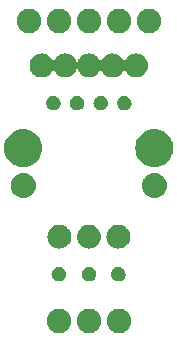
<source format=gbr>
G04 EAGLE Gerber RS-274X export*
G75*
%MOMM*%
%FSLAX34Y34*%
%LPD*%
%INSoldermask Bottom*%
%IPPOS*%
%AMOC8*
5,1,8,0,0,1.08239X$1,22.5*%
G01*
%ADD10C,2.082800*%

G36*
X117905Y218762D02*
X117905Y218762D01*
X117948Y218774D01*
X118014Y218782D01*
X119613Y219210D01*
X119654Y219229D01*
X119717Y219248D01*
X121218Y219948D01*
X121255Y219974D01*
X121314Y220003D01*
X122670Y220953D01*
X122702Y220985D01*
X122755Y221024D01*
X123926Y222195D01*
X123951Y222232D01*
X123997Y222280D01*
X124947Y223636D01*
X124966Y223677D01*
X125002Y223732D01*
X125702Y225233D01*
X125713Y225276D01*
X125740Y225337D01*
X126168Y226936D01*
X126172Y226981D01*
X126188Y227045D01*
X126332Y228695D01*
X126328Y228739D01*
X126332Y228805D01*
X126188Y230455D01*
X126176Y230498D01*
X126168Y230564D01*
X125740Y232163D01*
X125721Y232204D01*
X125702Y232267D01*
X125002Y233768D01*
X124976Y233805D01*
X124947Y233864D01*
X123997Y235220D01*
X123965Y235252D01*
X123926Y235305D01*
X122755Y236476D01*
X122718Y236501D01*
X122670Y236547D01*
X121314Y237497D01*
X121273Y237516D01*
X121218Y237552D01*
X119717Y238252D01*
X119674Y238263D01*
X119613Y238290D01*
X118014Y238718D01*
X117969Y238722D01*
X117905Y238738D01*
X116255Y238882D01*
X116211Y238878D01*
X116145Y238882D01*
X114495Y238738D01*
X114452Y238726D01*
X114386Y238718D01*
X112787Y238290D01*
X112746Y238271D01*
X112683Y238252D01*
X111182Y237552D01*
X111145Y237526D01*
X111086Y237497D01*
X109730Y236547D01*
X109698Y236515D01*
X109645Y236476D01*
X108474Y235305D01*
X108449Y235268D01*
X108403Y235220D01*
X107453Y233864D01*
X107435Y233823D01*
X107398Y233768D01*
X106698Y232267D01*
X106687Y232224D01*
X106660Y232163D01*
X106232Y230564D01*
X106228Y230519D01*
X106212Y230455D01*
X106200Y230312D01*
X106188Y230455D01*
X106176Y230498D01*
X106168Y230564D01*
X105740Y232163D01*
X105721Y232204D01*
X105702Y232267D01*
X105002Y233768D01*
X104976Y233805D01*
X104947Y233864D01*
X103997Y235220D01*
X103965Y235252D01*
X103926Y235305D01*
X102755Y236476D01*
X102718Y236501D01*
X102670Y236547D01*
X101314Y237497D01*
X101273Y237516D01*
X101218Y237552D01*
X99717Y238252D01*
X99674Y238263D01*
X99613Y238290D01*
X98014Y238718D01*
X97969Y238722D01*
X97905Y238738D01*
X96255Y238882D01*
X96211Y238878D01*
X96145Y238882D01*
X94495Y238738D01*
X94452Y238726D01*
X94386Y238718D01*
X92787Y238290D01*
X92746Y238271D01*
X92683Y238252D01*
X91182Y237552D01*
X91145Y237526D01*
X91086Y237497D01*
X89730Y236547D01*
X89698Y236515D01*
X89645Y236476D01*
X88474Y235305D01*
X88449Y235268D01*
X88403Y235220D01*
X87453Y233864D01*
X87435Y233823D01*
X87398Y233768D01*
X86698Y232267D01*
X86687Y232224D01*
X86660Y232163D01*
X86232Y230564D01*
X86228Y230519D01*
X86212Y230455D01*
X86200Y230312D01*
X86188Y230455D01*
X86176Y230498D01*
X86168Y230564D01*
X85740Y232163D01*
X85721Y232204D01*
X85702Y232267D01*
X85002Y233768D01*
X84976Y233805D01*
X84947Y233864D01*
X83997Y235220D01*
X83965Y235252D01*
X83926Y235305D01*
X82755Y236476D01*
X82718Y236501D01*
X82670Y236547D01*
X81314Y237497D01*
X81273Y237516D01*
X81218Y237552D01*
X79717Y238252D01*
X79674Y238263D01*
X79613Y238290D01*
X78014Y238718D01*
X77969Y238722D01*
X77905Y238738D01*
X76255Y238882D01*
X76211Y238878D01*
X76145Y238882D01*
X74495Y238738D01*
X74452Y238726D01*
X74386Y238718D01*
X72787Y238290D01*
X72746Y238271D01*
X72683Y238252D01*
X71182Y237552D01*
X71145Y237526D01*
X71086Y237497D01*
X69730Y236547D01*
X69698Y236515D01*
X69645Y236476D01*
X68474Y235305D01*
X68449Y235268D01*
X68403Y235220D01*
X67453Y233864D01*
X67435Y233823D01*
X67398Y233768D01*
X66698Y232267D01*
X66687Y232224D01*
X66660Y232163D01*
X66232Y230564D01*
X66228Y230519D01*
X66212Y230455D01*
X66200Y230312D01*
X66188Y230455D01*
X66176Y230498D01*
X66168Y230564D01*
X65740Y232163D01*
X65721Y232204D01*
X65702Y232267D01*
X65002Y233768D01*
X64976Y233805D01*
X64947Y233864D01*
X63997Y235220D01*
X63965Y235252D01*
X63926Y235305D01*
X62755Y236476D01*
X62718Y236501D01*
X62670Y236547D01*
X61314Y237497D01*
X61273Y237516D01*
X61218Y237552D01*
X59717Y238252D01*
X59674Y238263D01*
X59613Y238290D01*
X58014Y238718D01*
X57969Y238722D01*
X57905Y238738D01*
X56255Y238882D01*
X56211Y238878D01*
X56145Y238882D01*
X54495Y238738D01*
X54452Y238726D01*
X54386Y238718D01*
X52787Y238290D01*
X52746Y238271D01*
X52683Y238252D01*
X51182Y237552D01*
X51145Y237526D01*
X51086Y237497D01*
X49730Y236547D01*
X49698Y236515D01*
X49645Y236476D01*
X48474Y235305D01*
X48449Y235268D01*
X48403Y235220D01*
X47453Y233864D01*
X47435Y233823D01*
X47398Y233768D01*
X46698Y232267D01*
X46687Y232224D01*
X46660Y232163D01*
X46232Y230564D01*
X46228Y230519D01*
X46212Y230455D01*
X46200Y230312D01*
X46188Y230455D01*
X46176Y230498D01*
X46168Y230564D01*
X45740Y232163D01*
X45721Y232204D01*
X45702Y232267D01*
X45002Y233768D01*
X44976Y233805D01*
X44947Y233864D01*
X43997Y235220D01*
X43965Y235252D01*
X43926Y235305D01*
X42755Y236476D01*
X42718Y236501D01*
X42670Y236547D01*
X41314Y237497D01*
X41273Y237516D01*
X41218Y237552D01*
X39717Y238252D01*
X39674Y238263D01*
X39613Y238290D01*
X38014Y238718D01*
X37969Y238722D01*
X37905Y238738D01*
X36255Y238882D01*
X36211Y238878D01*
X36145Y238882D01*
X34495Y238738D01*
X34452Y238726D01*
X34386Y238718D01*
X32787Y238290D01*
X32746Y238271D01*
X32683Y238252D01*
X31182Y237552D01*
X31145Y237526D01*
X31086Y237497D01*
X29730Y236547D01*
X29698Y236515D01*
X29645Y236476D01*
X28474Y235305D01*
X28449Y235268D01*
X28403Y235220D01*
X27453Y233864D01*
X27435Y233823D01*
X27398Y233768D01*
X26698Y232267D01*
X26687Y232224D01*
X26660Y232163D01*
X26232Y230564D01*
X26228Y230519D01*
X26212Y230455D01*
X26068Y228805D01*
X26072Y228761D01*
X26068Y228695D01*
X26212Y227045D01*
X26224Y227002D01*
X26232Y226936D01*
X26660Y225337D01*
X26679Y225296D01*
X26698Y225233D01*
X27398Y223732D01*
X27424Y223695D01*
X27453Y223636D01*
X28403Y222280D01*
X28435Y222248D01*
X28474Y222195D01*
X29645Y221024D01*
X29682Y220999D01*
X29730Y220953D01*
X31086Y220003D01*
X31127Y219985D01*
X31182Y219948D01*
X32683Y219248D01*
X32726Y219237D01*
X32787Y219210D01*
X34386Y218782D01*
X34431Y218778D01*
X34495Y218762D01*
X36145Y218618D01*
X36189Y218622D01*
X36255Y218618D01*
X37905Y218762D01*
X37948Y218774D01*
X38014Y218782D01*
X39613Y219210D01*
X39654Y219229D01*
X39717Y219248D01*
X41218Y219948D01*
X41255Y219974D01*
X41314Y220003D01*
X42670Y220953D01*
X42702Y220985D01*
X42755Y221024D01*
X43926Y222195D01*
X43951Y222232D01*
X43997Y222280D01*
X44947Y223636D01*
X44966Y223677D01*
X45002Y223732D01*
X45702Y225233D01*
X45713Y225276D01*
X45740Y225337D01*
X46168Y226936D01*
X46172Y226981D01*
X46188Y227045D01*
X46200Y227188D01*
X46212Y227045D01*
X46224Y227002D01*
X46232Y226936D01*
X46660Y225337D01*
X46679Y225296D01*
X46698Y225233D01*
X47398Y223732D01*
X47424Y223695D01*
X47453Y223636D01*
X48403Y222280D01*
X48435Y222248D01*
X48474Y222195D01*
X49645Y221024D01*
X49682Y220999D01*
X49730Y220953D01*
X51086Y220003D01*
X51127Y219985D01*
X51182Y219948D01*
X52683Y219248D01*
X52726Y219237D01*
X52787Y219210D01*
X54386Y218782D01*
X54431Y218778D01*
X54495Y218762D01*
X56145Y218618D01*
X56189Y218622D01*
X56255Y218618D01*
X57905Y218762D01*
X57948Y218774D01*
X58014Y218782D01*
X59613Y219210D01*
X59654Y219229D01*
X59717Y219248D01*
X61218Y219948D01*
X61255Y219974D01*
X61314Y220003D01*
X62670Y220953D01*
X62702Y220985D01*
X62755Y221024D01*
X63926Y222195D01*
X63951Y222232D01*
X63997Y222280D01*
X64947Y223636D01*
X64966Y223677D01*
X65002Y223732D01*
X65702Y225233D01*
X65713Y225276D01*
X65740Y225337D01*
X66168Y226936D01*
X66172Y226981D01*
X66188Y227045D01*
X66200Y227188D01*
X66212Y227045D01*
X66224Y227002D01*
X66232Y226936D01*
X66660Y225337D01*
X66679Y225296D01*
X66698Y225233D01*
X67398Y223732D01*
X67424Y223695D01*
X67453Y223636D01*
X68403Y222280D01*
X68435Y222248D01*
X68474Y222195D01*
X69645Y221024D01*
X69682Y220999D01*
X69730Y220953D01*
X71086Y220003D01*
X71127Y219985D01*
X71182Y219948D01*
X72683Y219248D01*
X72726Y219237D01*
X72787Y219210D01*
X74386Y218782D01*
X74431Y218778D01*
X74495Y218762D01*
X76145Y218618D01*
X76189Y218622D01*
X76255Y218618D01*
X77905Y218762D01*
X77948Y218774D01*
X78014Y218782D01*
X79613Y219210D01*
X79654Y219229D01*
X79717Y219248D01*
X81218Y219948D01*
X81255Y219974D01*
X81314Y220003D01*
X82670Y220953D01*
X82702Y220985D01*
X82755Y221024D01*
X83926Y222195D01*
X83951Y222232D01*
X83997Y222280D01*
X84947Y223636D01*
X84966Y223677D01*
X85002Y223732D01*
X85702Y225233D01*
X85713Y225276D01*
X85740Y225337D01*
X86168Y226936D01*
X86172Y226981D01*
X86188Y227045D01*
X86200Y227188D01*
X86212Y227045D01*
X86224Y227002D01*
X86232Y226936D01*
X86660Y225337D01*
X86679Y225296D01*
X86698Y225233D01*
X87398Y223732D01*
X87424Y223695D01*
X87453Y223636D01*
X88403Y222280D01*
X88435Y222248D01*
X88474Y222195D01*
X89645Y221024D01*
X89682Y220999D01*
X89730Y220953D01*
X91086Y220003D01*
X91127Y219985D01*
X91182Y219948D01*
X92683Y219248D01*
X92726Y219237D01*
X92787Y219210D01*
X94386Y218782D01*
X94431Y218778D01*
X94495Y218762D01*
X96145Y218618D01*
X96189Y218622D01*
X96255Y218618D01*
X97905Y218762D01*
X97948Y218774D01*
X98014Y218782D01*
X99613Y219210D01*
X99654Y219229D01*
X99717Y219248D01*
X101218Y219948D01*
X101255Y219974D01*
X101314Y220003D01*
X102670Y220953D01*
X102702Y220985D01*
X102755Y221024D01*
X103926Y222195D01*
X103951Y222232D01*
X103997Y222280D01*
X104947Y223636D01*
X104966Y223677D01*
X105002Y223732D01*
X105702Y225233D01*
X105713Y225276D01*
X105740Y225337D01*
X106168Y226936D01*
X106172Y226981D01*
X106188Y227045D01*
X106200Y227188D01*
X106212Y227045D01*
X106224Y227002D01*
X106232Y226936D01*
X106660Y225337D01*
X106679Y225296D01*
X106698Y225233D01*
X107398Y223732D01*
X107424Y223695D01*
X107453Y223636D01*
X108403Y222280D01*
X108435Y222248D01*
X108474Y222195D01*
X109645Y221024D01*
X109682Y220999D01*
X109730Y220953D01*
X111086Y220003D01*
X111127Y219985D01*
X111182Y219948D01*
X112683Y219248D01*
X112726Y219237D01*
X112787Y219210D01*
X114386Y218782D01*
X114431Y218778D01*
X114495Y218762D01*
X116145Y218618D01*
X116189Y218622D01*
X116255Y218618D01*
X117905Y218762D01*
G37*
G36*
X23175Y142809D02*
X23175Y142809D01*
X23214Y142819D01*
X23273Y142824D01*
X25638Y143392D01*
X25676Y143408D01*
X25732Y143423D01*
X27980Y144353D01*
X28014Y144376D01*
X28068Y144399D01*
X30142Y145669D01*
X30173Y145697D01*
X30223Y145728D01*
X32072Y147308D01*
X32098Y147339D01*
X32142Y147378D01*
X33722Y149227D01*
X33743Y149263D01*
X33781Y149308D01*
X35051Y151382D01*
X35066Y151420D01*
X35097Y151470D01*
X36027Y153718D01*
X36036Y153758D01*
X36058Y153812D01*
X36626Y156177D01*
X36628Y156218D01*
X36641Y156276D01*
X36832Y158700D01*
X36828Y158741D01*
X36832Y158800D01*
X36641Y161225D01*
X36631Y161264D01*
X36626Y161323D01*
X36058Y163688D01*
X36042Y163726D01*
X36027Y163782D01*
X35097Y166030D01*
X35074Y166064D01*
X35051Y166118D01*
X33781Y168192D01*
X33753Y168223D01*
X33722Y168273D01*
X32142Y170122D01*
X32111Y170148D01*
X32072Y170192D01*
X30223Y171772D01*
X30187Y171793D01*
X30142Y171831D01*
X28068Y173101D01*
X28030Y173116D01*
X27980Y173147D01*
X25732Y174077D01*
X25692Y174086D01*
X25638Y174108D01*
X23273Y174676D01*
X23232Y174678D01*
X23175Y174691D01*
X20750Y174882D01*
X20709Y174878D01*
X20650Y174882D01*
X18226Y174691D01*
X18186Y174681D01*
X18127Y174676D01*
X15762Y174108D01*
X15724Y174092D01*
X15668Y174077D01*
X13420Y173147D01*
X13386Y173124D01*
X13332Y173101D01*
X11258Y171831D01*
X11227Y171803D01*
X11177Y171772D01*
X9328Y170192D01*
X9302Y170161D01*
X9258Y170122D01*
X7678Y168273D01*
X7657Y168237D01*
X7619Y168192D01*
X6349Y166118D01*
X6334Y166080D01*
X6303Y166030D01*
X5373Y163782D01*
X5364Y163742D01*
X5342Y163688D01*
X4774Y161323D01*
X4772Y161282D01*
X4759Y161225D01*
X4568Y158800D01*
X4572Y158759D01*
X4568Y158700D01*
X4759Y156276D01*
X4769Y156236D01*
X4774Y156177D01*
X5342Y153812D01*
X5358Y153774D01*
X5373Y153718D01*
X6303Y151470D01*
X6326Y151436D01*
X6349Y151382D01*
X7619Y149308D01*
X7647Y149277D01*
X7678Y149227D01*
X9258Y147378D01*
X9289Y147352D01*
X9328Y147308D01*
X11177Y145728D01*
X11213Y145707D01*
X11258Y145669D01*
X13332Y144399D01*
X13370Y144384D01*
X13420Y144353D01*
X15668Y143423D01*
X15708Y143414D01*
X15762Y143392D01*
X18127Y142824D01*
X18168Y142822D01*
X18226Y142809D01*
X20650Y142618D01*
X20691Y142622D01*
X20750Y142618D01*
X23175Y142809D01*
G37*
G36*
X134175Y142809D02*
X134175Y142809D01*
X134214Y142819D01*
X134273Y142824D01*
X136638Y143392D01*
X136676Y143408D01*
X136732Y143423D01*
X138980Y144353D01*
X139014Y144376D01*
X139068Y144399D01*
X141142Y145669D01*
X141173Y145697D01*
X141223Y145728D01*
X143072Y147308D01*
X143098Y147339D01*
X143142Y147378D01*
X144722Y149227D01*
X144743Y149263D01*
X144781Y149308D01*
X146051Y151382D01*
X146066Y151420D01*
X146097Y151470D01*
X147027Y153718D01*
X147036Y153758D01*
X147058Y153812D01*
X147626Y156177D01*
X147628Y156218D01*
X147641Y156276D01*
X147832Y158700D01*
X147828Y158741D01*
X147832Y158800D01*
X147641Y161225D01*
X147631Y161264D01*
X147626Y161323D01*
X147058Y163688D01*
X147042Y163726D01*
X147027Y163782D01*
X146097Y166030D01*
X146074Y166064D01*
X146051Y166118D01*
X144781Y168192D01*
X144753Y168223D01*
X144722Y168273D01*
X143142Y170122D01*
X143111Y170148D01*
X143072Y170192D01*
X141223Y171772D01*
X141187Y171793D01*
X141142Y171831D01*
X139068Y173101D01*
X139030Y173116D01*
X138980Y173147D01*
X136732Y174077D01*
X136692Y174086D01*
X136638Y174108D01*
X134273Y174676D01*
X134232Y174678D01*
X134175Y174691D01*
X131750Y174882D01*
X131709Y174878D01*
X131650Y174882D01*
X129226Y174691D01*
X129186Y174681D01*
X129127Y174676D01*
X126762Y174108D01*
X126724Y174092D01*
X126668Y174077D01*
X124420Y173147D01*
X124386Y173124D01*
X124332Y173101D01*
X122258Y171831D01*
X122227Y171803D01*
X122177Y171772D01*
X120328Y170192D01*
X120302Y170161D01*
X120258Y170122D01*
X118678Y168273D01*
X118657Y168237D01*
X118619Y168192D01*
X117349Y166118D01*
X117334Y166080D01*
X117303Y166030D01*
X116373Y163782D01*
X116364Y163742D01*
X116342Y163688D01*
X115774Y161323D01*
X115772Y161282D01*
X115759Y161225D01*
X115568Y158800D01*
X115572Y158759D01*
X115568Y158700D01*
X115759Y156276D01*
X115769Y156236D01*
X115774Y156177D01*
X116342Y153812D01*
X116358Y153774D01*
X116373Y153718D01*
X117303Y151470D01*
X117326Y151436D01*
X117349Y151382D01*
X118619Y149308D01*
X118647Y149277D01*
X118678Y149227D01*
X120258Y147378D01*
X120289Y147352D01*
X120328Y147308D01*
X122177Y145728D01*
X122213Y145707D01*
X122258Y145669D01*
X124332Y144399D01*
X124370Y144384D01*
X124420Y144353D01*
X126668Y143423D01*
X126708Y143414D01*
X126762Y143392D01*
X129127Y142824D01*
X129168Y142822D01*
X129226Y142809D01*
X131650Y142618D01*
X131691Y142622D01*
X131750Y142618D01*
X134175Y142809D01*
G37*
G36*
X22492Y116520D02*
X22492Y116520D01*
X22535Y116532D01*
X22601Y116539D01*
X24284Y116990D01*
X24325Y117009D01*
X24388Y117028D01*
X25968Y117765D01*
X26005Y117791D01*
X26064Y117820D01*
X27492Y118820D01*
X27523Y118852D01*
X27576Y118891D01*
X28809Y120124D01*
X28834Y120160D01*
X28880Y120208D01*
X29880Y121636D01*
X29898Y121677D01*
X29935Y121732D01*
X30672Y123312D01*
X30683Y123355D01*
X30710Y123416D01*
X31161Y125099D01*
X31163Y125130D01*
X31170Y125152D01*
X31170Y125167D01*
X31180Y125208D01*
X31332Y126945D01*
X31328Y126989D01*
X31332Y127055D01*
X31180Y128792D01*
X31168Y128835D01*
X31161Y128901D01*
X30710Y130584D01*
X30691Y130625D01*
X30672Y130688D01*
X29935Y132268D01*
X29909Y132305D01*
X29880Y132364D01*
X28880Y133792D01*
X28848Y133823D01*
X28809Y133876D01*
X27576Y135109D01*
X27540Y135134D01*
X27492Y135180D01*
X26064Y136180D01*
X26023Y136198D01*
X25968Y136235D01*
X24388Y136972D01*
X24345Y136983D01*
X24284Y137010D01*
X22601Y137461D01*
X22556Y137464D01*
X22492Y137480D01*
X20755Y137632D01*
X20711Y137628D01*
X20645Y137632D01*
X18908Y137480D01*
X18865Y137468D01*
X18799Y137461D01*
X17116Y137010D01*
X17075Y136991D01*
X17012Y136972D01*
X15432Y136235D01*
X15395Y136209D01*
X15336Y136180D01*
X13908Y135180D01*
X13877Y135148D01*
X13824Y135109D01*
X12591Y133876D01*
X12566Y133840D01*
X12520Y133792D01*
X11520Y132364D01*
X11502Y132323D01*
X11465Y132268D01*
X10728Y130688D01*
X10717Y130645D01*
X10690Y130584D01*
X10239Y128901D01*
X10236Y128856D01*
X10220Y128792D01*
X10068Y127055D01*
X10072Y127011D01*
X10068Y126945D01*
X10220Y125208D01*
X10232Y125165D01*
X10236Y125131D01*
X10236Y125115D01*
X10238Y125110D01*
X10239Y125099D01*
X10690Y123416D01*
X10709Y123375D01*
X10728Y123312D01*
X11465Y121732D01*
X11491Y121695D01*
X11520Y121636D01*
X12520Y120208D01*
X12552Y120177D01*
X12591Y120124D01*
X13824Y118891D01*
X13860Y118866D01*
X13908Y118820D01*
X15336Y117820D01*
X15377Y117802D01*
X15432Y117765D01*
X17012Y117028D01*
X17055Y117017D01*
X17116Y116990D01*
X18799Y116539D01*
X18844Y116536D01*
X18908Y116520D01*
X20645Y116368D01*
X20689Y116372D01*
X20755Y116368D01*
X22492Y116520D01*
G37*
G36*
X133492Y116520D02*
X133492Y116520D01*
X133535Y116532D01*
X133601Y116539D01*
X135284Y116990D01*
X135325Y117009D01*
X135388Y117028D01*
X136968Y117765D01*
X137005Y117791D01*
X137064Y117820D01*
X138492Y118820D01*
X138523Y118852D01*
X138576Y118891D01*
X139809Y120124D01*
X139834Y120160D01*
X139880Y120208D01*
X140880Y121636D01*
X140898Y121677D01*
X140935Y121732D01*
X141672Y123312D01*
X141683Y123355D01*
X141710Y123416D01*
X142161Y125099D01*
X142163Y125130D01*
X142170Y125152D01*
X142170Y125167D01*
X142180Y125208D01*
X142332Y126945D01*
X142328Y126989D01*
X142332Y127055D01*
X142180Y128792D01*
X142168Y128835D01*
X142161Y128901D01*
X141710Y130584D01*
X141691Y130625D01*
X141672Y130688D01*
X140935Y132268D01*
X140909Y132305D01*
X140880Y132364D01*
X139880Y133792D01*
X139848Y133823D01*
X139809Y133876D01*
X138576Y135109D01*
X138540Y135134D01*
X138492Y135180D01*
X137064Y136180D01*
X137023Y136198D01*
X136968Y136235D01*
X135388Y136972D01*
X135345Y136983D01*
X135284Y137010D01*
X133601Y137461D01*
X133556Y137464D01*
X133492Y137480D01*
X131755Y137632D01*
X131711Y137628D01*
X131645Y137632D01*
X129908Y137480D01*
X129865Y137468D01*
X129799Y137461D01*
X128116Y137010D01*
X128075Y136991D01*
X128012Y136972D01*
X126432Y136235D01*
X126395Y136209D01*
X126336Y136180D01*
X124908Y135180D01*
X124877Y135148D01*
X124824Y135109D01*
X123591Y133876D01*
X123566Y133840D01*
X123520Y133792D01*
X122520Y132364D01*
X122502Y132323D01*
X122465Y132268D01*
X121728Y130688D01*
X121717Y130645D01*
X121690Y130584D01*
X121239Y128901D01*
X121236Y128856D01*
X121220Y128792D01*
X121068Y127055D01*
X121072Y127011D01*
X121068Y126945D01*
X121220Y125208D01*
X121232Y125165D01*
X121236Y125131D01*
X121236Y125115D01*
X121238Y125110D01*
X121239Y125099D01*
X121690Y123416D01*
X121709Y123375D01*
X121728Y123312D01*
X122465Y121732D01*
X122491Y121695D01*
X122520Y121636D01*
X123520Y120208D01*
X123552Y120177D01*
X123591Y120124D01*
X124824Y118891D01*
X124860Y118866D01*
X124908Y118820D01*
X126336Y117820D01*
X126377Y117802D01*
X126432Y117765D01*
X128012Y117028D01*
X128055Y117017D01*
X128116Y116990D01*
X129799Y116539D01*
X129844Y116536D01*
X129908Y116520D01*
X131645Y116368D01*
X131689Y116372D01*
X131755Y116368D01*
X133492Y116520D01*
G37*
G36*
X102905Y73762D02*
X102905Y73762D01*
X102948Y73774D01*
X103014Y73782D01*
X104613Y74210D01*
X104654Y74229D01*
X104717Y74248D01*
X106218Y74948D01*
X106255Y74974D01*
X106314Y75003D01*
X107670Y75953D01*
X107702Y75985D01*
X107755Y76024D01*
X108926Y77195D01*
X108951Y77232D01*
X108997Y77280D01*
X109947Y78636D01*
X109966Y78677D01*
X110002Y78732D01*
X110702Y80233D01*
X110713Y80276D01*
X110740Y80337D01*
X111168Y81936D01*
X111172Y81981D01*
X111188Y82045D01*
X111332Y83695D01*
X111328Y83739D01*
X111332Y83805D01*
X111188Y85455D01*
X111176Y85498D01*
X111168Y85564D01*
X110740Y87163D01*
X110721Y87204D01*
X110702Y87267D01*
X110002Y88768D01*
X109976Y88805D01*
X109947Y88864D01*
X108997Y90220D01*
X108965Y90252D01*
X108926Y90305D01*
X107755Y91476D01*
X107718Y91501D01*
X107670Y91547D01*
X106314Y92497D01*
X106273Y92516D01*
X106218Y92552D01*
X104717Y93252D01*
X104674Y93263D01*
X104613Y93290D01*
X103014Y93718D01*
X102969Y93722D01*
X102905Y93738D01*
X101255Y93882D01*
X101211Y93878D01*
X101145Y93882D01*
X99495Y93738D01*
X99452Y93726D01*
X99386Y93718D01*
X97787Y93290D01*
X97746Y93271D01*
X97683Y93252D01*
X96182Y92552D01*
X96145Y92526D01*
X96086Y92497D01*
X94730Y91547D01*
X94698Y91515D01*
X94645Y91476D01*
X93474Y90305D01*
X93449Y90268D01*
X93403Y90220D01*
X92453Y88864D01*
X92435Y88823D01*
X92398Y88768D01*
X91698Y87267D01*
X91687Y87224D01*
X91660Y87163D01*
X91232Y85564D01*
X91228Y85519D01*
X91212Y85455D01*
X91068Y83805D01*
X91072Y83761D01*
X91068Y83695D01*
X91212Y82045D01*
X91224Y82002D01*
X91232Y81936D01*
X91660Y80337D01*
X91679Y80296D01*
X91698Y80233D01*
X92398Y78732D01*
X92424Y78695D01*
X92453Y78636D01*
X93403Y77280D01*
X93435Y77248D01*
X93474Y77195D01*
X94645Y76024D01*
X94682Y75999D01*
X94730Y75953D01*
X96086Y75003D01*
X96127Y74985D01*
X96182Y74948D01*
X97683Y74248D01*
X97726Y74237D01*
X97787Y74210D01*
X99386Y73782D01*
X99431Y73778D01*
X99495Y73762D01*
X101145Y73618D01*
X101189Y73622D01*
X101255Y73618D01*
X102905Y73762D01*
G37*
G36*
X77905Y73762D02*
X77905Y73762D01*
X77948Y73774D01*
X78014Y73782D01*
X79613Y74210D01*
X79654Y74229D01*
X79717Y74248D01*
X81218Y74948D01*
X81255Y74974D01*
X81314Y75003D01*
X82670Y75953D01*
X82702Y75985D01*
X82755Y76024D01*
X83926Y77195D01*
X83951Y77232D01*
X83997Y77280D01*
X84947Y78636D01*
X84966Y78677D01*
X85002Y78732D01*
X85702Y80233D01*
X85713Y80276D01*
X85740Y80337D01*
X86168Y81936D01*
X86172Y81981D01*
X86188Y82045D01*
X86332Y83695D01*
X86328Y83739D01*
X86332Y83805D01*
X86188Y85455D01*
X86176Y85498D01*
X86168Y85564D01*
X85740Y87163D01*
X85721Y87204D01*
X85702Y87267D01*
X85002Y88768D01*
X84976Y88805D01*
X84947Y88864D01*
X83997Y90220D01*
X83965Y90252D01*
X83926Y90305D01*
X82755Y91476D01*
X82718Y91501D01*
X82670Y91547D01*
X81314Y92497D01*
X81273Y92516D01*
X81218Y92552D01*
X79717Y93252D01*
X79674Y93263D01*
X79613Y93290D01*
X78014Y93718D01*
X77969Y93722D01*
X77905Y93738D01*
X76255Y93882D01*
X76211Y93878D01*
X76145Y93882D01*
X74495Y93738D01*
X74452Y93726D01*
X74386Y93718D01*
X72787Y93290D01*
X72746Y93271D01*
X72683Y93252D01*
X71182Y92552D01*
X71145Y92526D01*
X71086Y92497D01*
X69730Y91547D01*
X69698Y91515D01*
X69645Y91476D01*
X68474Y90305D01*
X68449Y90268D01*
X68403Y90220D01*
X67453Y88864D01*
X67435Y88823D01*
X67398Y88768D01*
X66698Y87267D01*
X66687Y87224D01*
X66660Y87163D01*
X66232Y85564D01*
X66228Y85519D01*
X66212Y85455D01*
X66068Y83805D01*
X66072Y83761D01*
X66068Y83695D01*
X66212Y82045D01*
X66224Y82002D01*
X66232Y81936D01*
X66660Y80337D01*
X66679Y80296D01*
X66698Y80233D01*
X67398Y78732D01*
X67424Y78695D01*
X67453Y78636D01*
X68403Y77280D01*
X68435Y77248D01*
X68474Y77195D01*
X69645Y76024D01*
X69682Y75999D01*
X69730Y75953D01*
X71086Y75003D01*
X71127Y74985D01*
X71182Y74948D01*
X72683Y74248D01*
X72726Y74237D01*
X72787Y74210D01*
X74386Y73782D01*
X74431Y73778D01*
X74495Y73762D01*
X76145Y73618D01*
X76189Y73622D01*
X76255Y73618D01*
X77905Y73762D01*
G37*
G36*
X52905Y73762D02*
X52905Y73762D01*
X52948Y73774D01*
X53014Y73782D01*
X54613Y74210D01*
X54654Y74229D01*
X54717Y74248D01*
X56218Y74948D01*
X56255Y74974D01*
X56314Y75003D01*
X57670Y75953D01*
X57702Y75985D01*
X57755Y76024D01*
X58926Y77195D01*
X58951Y77232D01*
X58997Y77280D01*
X59947Y78636D01*
X59966Y78677D01*
X60002Y78732D01*
X60702Y80233D01*
X60713Y80276D01*
X60740Y80337D01*
X61168Y81936D01*
X61172Y81981D01*
X61188Y82045D01*
X61332Y83695D01*
X61328Y83739D01*
X61332Y83805D01*
X61188Y85455D01*
X61176Y85498D01*
X61168Y85564D01*
X60740Y87163D01*
X60721Y87204D01*
X60702Y87267D01*
X60002Y88768D01*
X59976Y88805D01*
X59947Y88864D01*
X58997Y90220D01*
X58965Y90252D01*
X58926Y90305D01*
X57755Y91476D01*
X57718Y91501D01*
X57670Y91547D01*
X56314Y92497D01*
X56273Y92516D01*
X56218Y92552D01*
X54717Y93252D01*
X54674Y93263D01*
X54613Y93290D01*
X53014Y93718D01*
X52969Y93722D01*
X52905Y93738D01*
X51255Y93882D01*
X51211Y93878D01*
X51145Y93882D01*
X49495Y93738D01*
X49452Y93726D01*
X49386Y93718D01*
X47787Y93290D01*
X47746Y93271D01*
X47683Y93252D01*
X46182Y92552D01*
X46145Y92526D01*
X46086Y92497D01*
X44730Y91547D01*
X44698Y91515D01*
X44645Y91476D01*
X43474Y90305D01*
X43449Y90268D01*
X43403Y90220D01*
X42453Y88864D01*
X42435Y88823D01*
X42398Y88768D01*
X41698Y87267D01*
X41687Y87224D01*
X41660Y87163D01*
X41232Y85564D01*
X41228Y85519D01*
X41212Y85455D01*
X41068Y83805D01*
X41072Y83761D01*
X41068Y83695D01*
X41212Y82045D01*
X41224Y82002D01*
X41232Y81936D01*
X41660Y80337D01*
X41679Y80296D01*
X41698Y80233D01*
X42398Y78732D01*
X42424Y78695D01*
X42453Y78636D01*
X43403Y77280D01*
X43435Y77248D01*
X43474Y77195D01*
X44645Y76024D01*
X44682Y75999D01*
X44730Y75953D01*
X46086Y75003D01*
X46127Y74985D01*
X46182Y74948D01*
X47683Y74248D01*
X47726Y74237D01*
X47787Y74210D01*
X49386Y73782D01*
X49431Y73778D01*
X49495Y73762D01*
X51145Y73618D01*
X51189Y73622D01*
X51255Y73618D01*
X52905Y73762D01*
G37*
G36*
X66730Y190871D02*
X66730Y190871D01*
X66771Y190870D01*
X67884Y190995D01*
X67932Y191010D01*
X68022Y191027D01*
X69079Y191397D01*
X69123Y191421D01*
X69207Y191458D01*
X70155Y192054D01*
X70192Y192088D01*
X70266Y192142D01*
X71058Y192934D01*
X71086Y192975D01*
X71146Y193045D01*
X71742Y193993D01*
X71761Y194040D01*
X71804Y194121D01*
X72173Y195178D01*
X72181Y195228D01*
X72205Y195316D01*
X72330Y196429D01*
X72328Y196460D01*
X72334Y196500D01*
X72334Y197000D01*
X72329Y197027D01*
X72331Y197062D01*
X72226Y198135D01*
X72212Y198181D01*
X72201Y198257D01*
X71888Y199289D01*
X71866Y199332D01*
X71841Y199404D01*
X71332Y200355D01*
X71303Y200392D01*
X71263Y200458D01*
X70579Y201291D01*
X70543Y201323D01*
X70491Y201379D01*
X69658Y202063D01*
X69616Y202087D01*
X69555Y202132D01*
X68604Y202641D01*
X68558Y202656D01*
X68489Y202688D01*
X67828Y202889D01*
X67457Y203001D01*
X67409Y203007D01*
X67335Y203026D01*
X66262Y203131D01*
X66214Y203127D01*
X66138Y203131D01*
X65065Y203026D01*
X65019Y203012D01*
X64943Y203001D01*
X63911Y202688D01*
X63868Y202666D01*
X63796Y202641D01*
X62845Y202132D01*
X62808Y202103D01*
X62742Y202063D01*
X61909Y201379D01*
X61877Y201343D01*
X61821Y201291D01*
X61137Y200458D01*
X61113Y200416D01*
X61068Y200355D01*
X60559Y199404D01*
X60545Y199358D01*
X60512Y199289D01*
X60199Y198257D01*
X60193Y198209D01*
X60175Y198135D01*
X60069Y197062D01*
X60073Y197014D01*
X60069Y196938D01*
X60175Y195865D01*
X60183Y195835D01*
X60184Y195809D01*
X60192Y195789D01*
X60199Y195743D01*
X60512Y194711D01*
X60534Y194668D01*
X60559Y194596D01*
X61068Y193645D01*
X61097Y193608D01*
X61137Y193542D01*
X61821Y192709D01*
X61857Y192677D01*
X61909Y192621D01*
X62742Y191937D01*
X62784Y191913D01*
X62845Y191868D01*
X63796Y191359D01*
X63842Y191345D01*
X63911Y191312D01*
X64943Y190999D01*
X64991Y190993D01*
X65065Y190975D01*
X66138Y190869D01*
X66165Y190871D01*
X66200Y190866D01*
X66700Y190866D01*
X66730Y190871D01*
G37*
G36*
X106730Y190871D02*
X106730Y190871D01*
X106771Y190870D01*
X107884Y190995D01*
X107932Y191010D01*
X108022Y191027D01*
X109079Y191397D01*
X109123Y191421D01*
X109207Y191458D01*
X110155Y192054D01*
X110192Y192088D01*
X110266Y192142D01*
X111058Y192934D01*
X111086Y192975D01*
X111146Y193045D01*
X111742Y193993D01*
X111761Y194040D01*
X111804Y194121D01*
X112173Y195178D01*
X112181Y195228D01*
X112205Y195316D01*
X112330Y196429D01*
X112328Y196460D01*
X112334Y196500D01*
X112334Y197000D01*
X112329Y197027D01*
X112331Y197062D01*
X112226Y198135D01*
X112212Y198181D01*
X112201Y198257D01*
X111888Y199289D01*
X111866Y199332D01*
X111841Y199404D01*
X111332Y200355D01*
X111303Y200392D01*
X111263Y200458D01*
X110579Y201291D01*
X110543Y201323D01*
X110491Y201379D01*
X109658Y202063D01*
X109616Y202087D01*
X109555Y202132D01*
X108604Y202641D01*
X108558Y202656D01*
X108489Y202688D01*
X107828Y202889D01*
X107457Y203001D01*
X107409Y203007D01*
X107335Y203026D01*
X106262Y203131D01*
X106214Y203127D01*
X106138Y203131D01*
X105065Y203026D01*
X105019Y203012D01*
X104943Y203001D01*
X103911Y202688D01*
X103868Y202666D01*
X103796Y202641D01*
X102845Y202132D01*
X102808Y202103D01*
X102742Y202063D01*
X101909Y201379D01*
X101877Y201343D01*
X101821Y201291D01*
X101137Y200458D01*
X101113Y200416D01*
X101068Y200355D01*
X100559Y199404D01*
X100545Y199358D01*
X100512Y199289D01*
X100199Y198257D01*
X100193Y198209D01*
X100175Y198135D01*
X100069Y197062D01*
X100073Y197014D01*
X100069Y196938D01*
X100175Y195865D01*
X100183Y195835D01*
X100184Y195809D01*
X100192Y195789D01*
X100199Y195743D01*
X100512Y194711D01*
X100534Y194668D01*
X100559Y194596D01*
X101068Y193645D01*
X101097Y193608D01*
X101137Y193542D01*
X101821Y192709D01*
X101857Y192677D01*
X101909Y192621D01*
X102742Y191937D01*
X102784Y191913D01*
X102845Y191868D01*
X103796Y191359D01*
X103842Y191345D01*
X103911Y191312D01*
X104943Y190999D01*
X104991Y190993D01*
X105065Y190975D01*
X106138Y190869D01*
X106165Y190871D01*
X106200Y190866D01*
X106700Y190866D01*
X106730Y190871D01*
G37*
G36*
X46730Y190871D02*
X46730Y190871D01*
X46771Y190870D01*
X47884Y190995D01*
X47932Y191010D01*
X48022Y191027D01*
X49079Y191397D01*
X49123Y191421D01*
X49207Y191458D01*
X50155Y192054D01*
X50192Y192088D01*
X50266Y192142D01*
X51058Y192934D01*
X51086Y192975D01*
X51146Y193045D01*
X51742Y193993D01*
X51761Y194040D01*
X51804Y194121D01*
X52173Y195178D01*
X52181Y195228D01*
X52205Y195316D01*
X52330Y196429D01*
X52328Y196460D01*
X52334Y196500D01*
X52334Y197000D01*
X52329Y197027D01*
X52331Y197062D01*
X52226Y198135D01*
X52212Y198181D01*
X52201Y198257D01*
X51888Y199289D01*
X51866Y199332D01*
X51841Y199404D01*
X51332Y200355D01*
X51303Y200392D01*
X51263Y200458D01*
X50579Y201291D01*
X50543Y201323D01*
X50491Y201379D01*
X49658Y202063D01*
X49616Y202087D01*
X49555Y202132D01*
X48604Y202641D01*
X48558Y202656D01*
X48489Y202688D01*
X47828Y202889D01*
X47457Y203001D01*
X47409Y203007D01*
X47335Y203026D01*
X46262Y203131D01*
X46214Y203127D01*
X46138Y203131D01*
X45065Y203026D01*
X45019Y203012D01*
X44943Y203001D01*
X43911Y202688D01*
X43868Y202666D01*
X43796Y202641D01*
X42845Y202132D01*
X42808Y202103D01*
X42742Y202063D01*
X41909Y201379D01*
X41877Y201343D01*
X41821Y201291D01*
X41137Y200458D01*
X41113Y200416D01*
X41068Y200355D01*
X40559Y199404D01*
X40545Y199358D01*
X40512Y199289D01*
X40199Y198257D01*
X40193Y198209D01*
X40175Y198135D01*
X40069Y197062D01*
X40073Y197014D01*
X40069Y196938D01*
X40175Y195865D01*
X40183Y195835D01*
X40184Y195809D01*
X40192Y195789D01*
X40199Y195743D01*
X40512Y194711D01*
X40534Y194668D01*
X40559Y194596D01*
X41068Y193645D01*
X41097Y193608D01*
X41137Y193542D01*
X41821Y192709D01*
X41857Y192677D01*
X41909Y192621D01*
X42742Y191937D01*
X42784Y191913D01*
X42845Y191868D01*
X43796Y191359D01*
X43842Y191345D01*
X43911Y191312D01*
X44943Y190999D01*
X44991Y190993D01*
X45065Y190975D01*
X46138Y190869D01*
X46165Y190871D01*
X46200Y190866D01*
X46700Y190866D01*
X46730Y190871D01*
G37*
G36*
X86730Y190871D02*
X86730Y190871D01*
X86771Y190870D01*
X87884Y190995D01*
X87932Y191010D01*
X88022Y191027D01*
X89079Y191397D01*
X89123Y191421D01*
X89207Y191458D01*
X90155Y192054D01*
X90192Y192088D01*
X90266Y192142D01*
X91058Y192934D01*
X91086Y192975D01*
X91146Y193045D01*
X91742Y193993D01*
X91761Y194040D01*
X91804Y194121D01*
X92173Y195178D01*
X92181Y195228D01*
X92205Y195316D01*
X92330Y196429D01*
X92328Y196460D01*
X92334Y196500D01*
X92334Y197000D01*
X92329Y197027D01*
X92331Y197062D01*
X92226Y198135D01*
X92212Y198181D01*
X92201Y198257D01*
X91888Y199289D01*
X91866Y199332D01*
X91841Y199404D01*
X91332Y200355D01*
X91303Y200392D01*
X91263Y200458D01*
X90579Y201291D01*
X90543Y201323D01*
X90491Y201379D01*
X89658Y202063D01*
X89616Y202087D01*
X89555Y202132D01*
X88604Y202641D01*
X88558Y202656D01*
X88489Y202688D01*
X87828Y202889D01*
X87457Y203001D01*
X87409Y203007D01*
X87335Y203026D01*
X86262Y203131D01*
X86214Y203127D01*
X86138Y203131D01*
X85065Y203026D01*
X85019Y203012D01*
X84943Y203001D01*
X83911Y202688D01*
X83868Y202666D01*
X83796Y202641D01*
X82845Y202132D01*
X82808Y202103D01*
X82742Y202063D01*
X81909Y201379D01*
X81877Y201343D01*
X81821Y201291D01*
X81137Y200458D01*
X81113Y200416D01*
X81068Y200355D01*
X80559Y199404D01*
X80545Y199358D01*
X80512Y199289D01*
X80199Y198257D01*
X80193Y198209D01*
X80175Y198135D01*
X80069Y197062D01*
X80073Y197014D01*
X80069Y196938D01*
X80175Y195865D01*
X80183Y195835D01*
X80184Y195809D01*
X80192Y195789D01*
X80199Y195743D01*
X80512Y194711D01*
X80534Y194668D01*
X80559Y194596D01*
X81068Y193645D01*
X81097Y193608D01*
X81137Y193542D01*
X81821Y192709D01*
X81857Y192677D01*
X81909Y192621D01*
X82742Y191937D01*
X82784Y191913D01*
X82845Y191868D01*
X83796Y191359D01*
X83842Y191345D01*
X83911Y191312D01*
X84943Y190999D01*
X84991Y190993D01*
X85065Y190975D01*
X86138Y190869D01*
X86165Y190871D01*
X86200Y190866D01*
X86700Y190866D01*
X86730Y190871D01*
G37*
G36*
X76730Y45871D02*
X76730Y45871D01*
X76771Y45870D01*
X77884Y45995D01*
X77932Y46010D01*
X78022Y46027D01*
X79079Y46397D01*
X79123Y46421D01*
X79207Y46458D01*
X80155Y47054D01*
X80192Y47088D01*
X80266Y47142D01*
X81058Y47934D01*
X81086Y47975D01*
X81146Y48045D01*
X81742Y48993D01*
X81761Y49040D01*
X81804Y49121D01*
X82173Y50178D01*
X82181Y50228D01*
X82205Y50316D01*
X82330Y51429D01*
X82328Y51460D01*
X82334Y51500D01*
X82334Y52000D01*
X82329Y52027D01*
X82331Y52062D01*
X82226Y53135D01*
X82212Y53181D01*
X82201Y53257D01*
X81888Y54289D01*
X81866Y54332D01*
X81841Y54404D01*
X81332Y55355D01*
X81303Y55392D01*
X81263Y55458D01*
X80579Y56291D01*
X80543Y56323D01*
X80491Y56379D01*
X79658Y57063D01*
X79616Y57087D01*
X79555Y57132D01*
X78604Y57641D01*
X78558Y57656D01*
X78489Y57688D01*
X77828Y57889D01*
X77457Y58001D01*
X77409Y58007D01*
X77335Y58026D01*
X76262Y58131D01*
X76214Y58127D01*
X76138Y58131D01*
X75065Y58026D01*
X75019Y58012D01*
X74943Y58001D01*
X73911Y57688D01*
X73868Y57666D01*
X73796Y57641D01*
X72845Y57132D01*
X72808Y57103D01*
X72742Y57063D01*
X71909Y56379D01*
X71877Y56343D01*
X71821Y56291D01*
X71137Y55458D01*
X71113Y55416D01*
X71068Y55355D01*
X70559Y54404D01*
X70545Y54358D01*
X70512Y54289D01*
X70199Y53257D01*
X70193Y53209D01*
X70175Y53135D01*
X70069Y52062D01*
X70073Y52014D01*
X70069Y51938D01*
X70175Y50865D01*
X70183Y50835D01*
X70184Y50809D01*
X70192Y50789D01*
X70199Y50743D01*
X70512Y49711D01*
X70534Y49668D01*
X70559Y49596D01*
X71068Y48645D01*
X71097Y48608D01*
X71137Y48542D01*
X71821Y47709D01*
X71857Y47677D01*
X71909Y47621D01*
X72742Y46937D01*
X72784Y46913D01*
X72845Y46868D01*
X73796Y46359D01*
X73842Y46345D01*
X73911Y46312D01*
X74943Y45999D01*
X74991Y45993D01*
X75065Y45975D01*
X76138Y45869D01*
X76165Y45871D01*
X76200Y45866D01*
X76700Y45866D01*
X76730Y45871D01*
G37*
G36*
X101730Y45871D02*
X101730Y45871D01*
X101771Y45870D01*
X102884Y45995D01*
X102932Y46010D01*
X103022Y46027D01*
X104079Y46397D01*
X104123Y46421D01*
X104207Y46458D01*
X105155Y47054D01*
X105192Y47088D01*
X105266Y47142D01*
X106058Y47934D01*
X106086Y47975D01*
X106146Y48045D01*
X106742Y48993D01*
X106761Y49040D01*
X106804Y49121D01*
X107173Y50178D01*
X107181Y50228D01*
X107205Y50316D01*
X107330Y51429D01*
X107328Y51460D01*
X107334Y51500D01*
X107334Y52000D01*
X107329Y52027D01*
X107331Y52062D01*
X107226Y53135D01*
X107212Y53181D01*
X107201Y53257D01*
X106888Y54289D01*
X106866Y54332D01*
X106841Y54404D01*
X106332Y55355D01*
X106303Y55392D01*
X106263Y55458D01*
X105579Y56291D01*
X105543Y56323D01*
X105491Y56379D01*
X104658Y57063D01*
X104616Y57087D01*
X104555Y57132D01*
X103604Y57641D01*
X103558Y57656D01*
X103489Y57688D01*
X102828Y57889D01*
X102457Y58001D01*
X102409Y58007D01*
X102335Y58026D01*
X101262Y58131D01*
X101214Y58127D01*
X101138Y58131D01*
X100065Y58026D01*
X100019Y58012D01*
X99943Y58001D01*
X98911Y57688D01*
X98868Y57666D01*
X98796Y57641D01*
X97845Y57132D01*
X97808Y57103D01*
X97742Y57063D01*
X96909Y56379D01*
X96877Y56343D01*
X96821Y56291D01*
X96137Y55458D01*
X96113Y55416D01*
X96068Y55355D01*
X95559Y54404D01*
X95545Y54358D01*
X95512Y54289D01*
X95199Y53257D01*
X95193Y53209D01*
X95175Y53135D01*
X95069Y52062D01*
X95073Y52014D01*
X95069Y51938D01*
X95175Y50865D01*
X95183Y50835D01*
X95184Y50809D01*
X95192Y50789D01*
X95199Y50743D01*
X95512Y49711D01*
X95534Y49668D01*
X95559Y49596D01*
X96068Y48645D01*
X96097Y48608D01*
X96137Y48542D01*
X96821Y47709D01*
X96857Y47677D01*
X96909Y47621D01*
X97742Y46937D01*
X97784Y46913D01*
X97845Y46868D01*
X98796Y46359D01*
X98842Y46345D01*
X98911Y46312D01*
X99943Y45999D01*
X99991Y45993D01*
X100065Y45975D01*
X101138Y45869D01*
X101165Y45871D01*
X101200Y45866D01*
X101700Y45866D01*
X101730Y45871D01*
G37*
G36*
X51230Y45871D02*
X51230Y45871D01*
X51271Y45870D01*
X52384Y45995D01*
X52432Y46010D01*
X52522Y46027D01*
X53579Y46397D01*
X53623Y46421D01*
X53707Y46458D01*
X54655Y47054D01*
X54692Y47088D01*
X54766Y47142D01*
X55558Y47934D01*
X55586Y47975D01*
X55646Y48045D01*
X56242Y48993D01*
X56261Y49040D01*
X56304Y49121D01*
X56673Y50178D01*
X56681Y50228D01*
X56705Y50316D01*
X56830Y51429D01*
X56828Y51460D01*
X56834Y51500D01*
X56834Y52000D01*
X56829Y52027D01*
X56831Y52062D01*
X56726Y53135D01*
X56712Y53181D01*
X56701Y53257D01*
X56388Y54289D01*
X56366Y54332D01*
X56341Y54404D01*
X55832Y55355D01*
X55803Y55392D01*
X55763Y55458D01*
X55079Y56291D01*
X55043Y56323D01*
X54991Y56379D01*
X54158Y57063D01*
X54116Y57087D01*
X54055Y57132D01*
X53104Y57641D01*
X53058Y57656D01*
X52989Y57688D01*
X52328Y57889D01*
X51957Y58001D01*
X51909Y58007D01*
X51835Y58026D01*
X50762Y58131D01*
X50714Y58127D01*
X50638Y58131D01*
X49565Y58026D01*
X49519Y58012D01*
X49443Y58001D01*
X48411Y57688D01*
X48368Y57666D01*
X48296Y57641D01*
X47345Y57132D01*
X47308Y57103D01*
X47242Y57063D01*
X46409Y56379D01*
X46377Y56343D01*
X46321Y56291D01*
X45637Y55458D01*
X45613Y55416D01*
X45568Y55355D01*
X45059Y54404D01*
X45045Y54358D01*
X45012Y54289D01*
X44699Y53257D01*
X44693Y53209D01*
X44675Y53135D01*
X44569Y52062D01*
X44573Y52014D01*
X44569Y51938D01*
X44675Y50865D01*
X44683Y50835D01*
X44684Y50809D01*
X44692Y50789D01*
X44699Y50743D01*
X45012Y49711D01*
X45034Y49668D01*
X45059Y49596D01*
X45568Y48645D01*
X45597Y48608D01*
X45637Y48542D01*
X46321Y47709D01*
X46357Y47677D01*
X46409Y47621D01*
X47242Y46937D01*
X47284Y46913D01*
X47345Y46868D01*
X48296Y46359D01*
X48342Y46345D01*
X48411Y46312D01*
X49443Y45999D01*
X49491Y45993D01*
X49565Y45975D01*
X50638Y45869D01*
X50665Y45871D01*
X50700Y45866D01*
X51200Y45866D01*
X51230Y45871D01*
G37*
D10*
X50800Y12700D03*
X76200Y12700D03*
X101600Y12700D03*
X127000Y266700D03*
X101600Y266700D03*
X76200Y266700D03*
X50800Y266700D03*
X25400Y266700D03*
M02*

</source>
